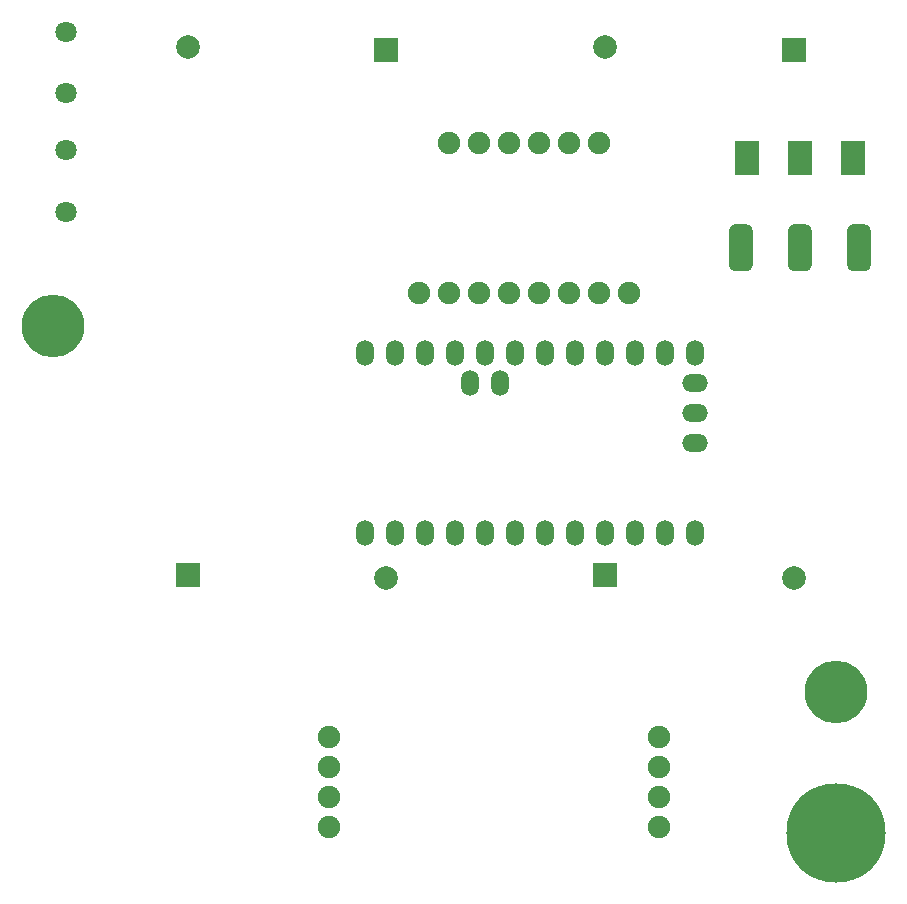
<source format=gbr>
%TF.GenerationSoftware,KiCad,Pcbnew,(5.1.6)-1*%
%TF.CreationDate,2020-06-19T21:21:41-04:00*%
%TF.ProjectId,TrialBBConversion,54726961-6c42-4424-936f-6e7665727369,rev?*%
%TF.SameCoordinates,Original*%
%TF.FileFunction,Soldermask,Bot*%
%TF.FilePolarity,Negative*%
%FSLAX46Y46*%
G04 Gerber Fmt 4.6, Leading zero omitted, Abs format (unit mm)*
G04 Created by KiCad (PCBNEW (5.1.6)-1) date 2020-06-19 21:21:41*
%MOMM*%
%LPD*%
G01*
G04 APERTURE LIST*
%ADD10C,8.400000*%
%ADD11C,5.300000*%
%ADD12C,1.800000*%
%ADD13R,2.000000X3.000000*%
%ADD14O,2.199640X1.501140*%
%ADD15O,1.501140X2.199640*%
%ADD16C,1.905000*%
%ADD17C,2.000000*%
%ADD18R,2.000000X2.000000*%
G04 APERTURE END LIST*
D10*
%TO.C,H2*%
X191008000Y-140970000D03*
%TD*%
D11*
%TO.C,H3*%
X124714000Y-98044000D03*
%TD*%
%TO.C,H1*%
X191008000Y-129032000D03*
%TD*%
D12*
%TO.C,SW2*%
X125810000Y-73162000D03*
X125810000Y-78362000D03*
%TD*%
%TO.C,SW3*%
X125810000Y-83162000D03*
X125810000Y-88362000D03*
%TD*%
D13*
%TO.C,SW1*%
X187960000Y-83820000D03*
X192460000Y-83820000D03*
X183460000Y-83820000D03*
%TD*%
D14*
%TO.C,X1*%
X179070000Y-107950000D03*
X179070000Y-105410000D03*
X179070000Y-102870000D03*
D15*
X160020000Y-102870000D03*
X162560000Y-102870000D03*
X151130000Y-100330000D03*
X153670000Y-100330000D03*
X156210000Y-100330000D03*
X158750000Y-100330000D03*
X161290000Y-100330000D03*
X163830000Y-100330000D03*
X166370000Y-100330000D03*
X168910000Y-100330000D03*
X171450000Y-100330000D03*
X173990000Y-100330000D03*
X176530000Y-100330000D03*
X179070000Y-100330000D03*
X179070000Y-115570000D03*
X176530000Y-115570000D03*
X173990000Y-115570000D03*
X171450000Y-115570000D03*
X168910000Y-115570000D03*
X166370000Y-115570000D03*
X163830000Y-115570000D03*
X161290000Y-115570000D03*
X158750000Y-115570000D03*
X156210000Y-115570000D03*
X153670000Y-115570000D03*
X151130000Y-115570000D03*
%TD*%
%TO.C,U3*%
G36*
G01*
X183960000Y-89940000D02*
X183960000Y-92940000D01*
G75*
G02*
X183460000Y-93440000I-500000J0D01*
G01*
X182460000Y-93440000D01*
G75*
G02*
X181960000Y-92940000I0J500000D01*
G01*
X181960000Y-89940000D01*
G75*
G02*
X182460000Y-89440000I500000J0D01*
G01*
X183460000Y-89440000D01*
G75*
G02*
X183960000Y-89940000I0J-500000D01*
G01*
G37*
G36*
G01*
X188960000Y-89940000D02*
X188960000Y-92940000D01*
G75*
G02*
X188460000Y-93440000I-500000J0D01*
G01*
X187460000Y-93440000D01*
G75*
G02*
X186960000Y-92940000I0J500000D01*
G01*
X186960000Y-89940000D01*
G75*
G02*
X187460000Y-89440000I500000J0D01*
G01*
X188460000Y-89440000D01*
G75*
G02*
X188960000Y-89940000I0J-500000D01*
G01*
G37*
G36*
G01*
X193960000Y-89940000D02*
X193960000Y-92940000D01*
G75*
G02*
X193460000Y-93440000I-500000J0D01*
G01*
X192460000Y-93440000D01*
G75*
G02*
X191960000Y-92940000I0J500000D01*
G01*
X191960000Y-89940000D01*
G75*
G02*
X192460000Y-89440000I500000J0D01*
G01*
X193460000Y-89440000D01*
G75*
G02*
X193960000Y-89940000I0J-500000D01*
G01*
G37*
%TD*%
D16*
%TO.C,U2*%
X176022000Y-140462000D03*
X176022000Y-137922000D03*
X176022000Y-135382000D03*
X176022000Y-132842000D03*
X148082000Y-132842000D03*
X148082000Y-135382000D03*
X148082000Y-137922000D03*
X148082000Y-140462000D03*
%TD*%
%TO.C,U1*%
X158242000Y-82550000D03*
X160782000Y-82550000D03*
X163322000Y-82550000D03*
X165862000Y-82550000D03*
X168402000Y-82550000D03*
X170942000Y-82550000D03*
X173482000Y-95250000D03*
X170942000Y-95250000D03*
X168402000Y-95250000D03*
X165862000Y-95250000D03*
X163322000Y-95250000D03*
X160782000Y-95250000D03*
X158242000Y-95250000D03*
X155702000Y-95250000D03*
%TD*%
D17*
%TO.C,BT4*%
X187452000Y-119376000D03*
D18*
X187452000Y-74676000D03*
%TD*%
D17*
%TO.C,BT3*%
X136144000Y-74426000D03*
D18*
X136144000Y-119126000D03*
%TD*%
D17*
%TO.C,BT2*%
X171450000Y-74426000D03*
D18*
X171450000Y-119126000D03*
%TD*%
D17*
%TO.C,BT1*%
X152908000Y-119376000D03*
D18*
X152908000Y-74676000D03*
%TD*%
M02*

</source>
